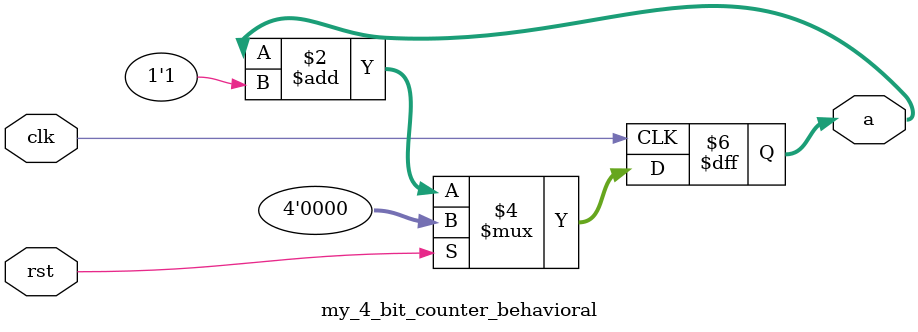
<source format=v>
module my_4_bit_counter_behavioral(clk, rst,a);

input clk, rst;
output reg [3:0] a;

always @ (posedge clk)
begin
	if (rst)
		a <= 4'b0000;
	else
		a <= a + 1'b1;
end

endmodule

</source>
